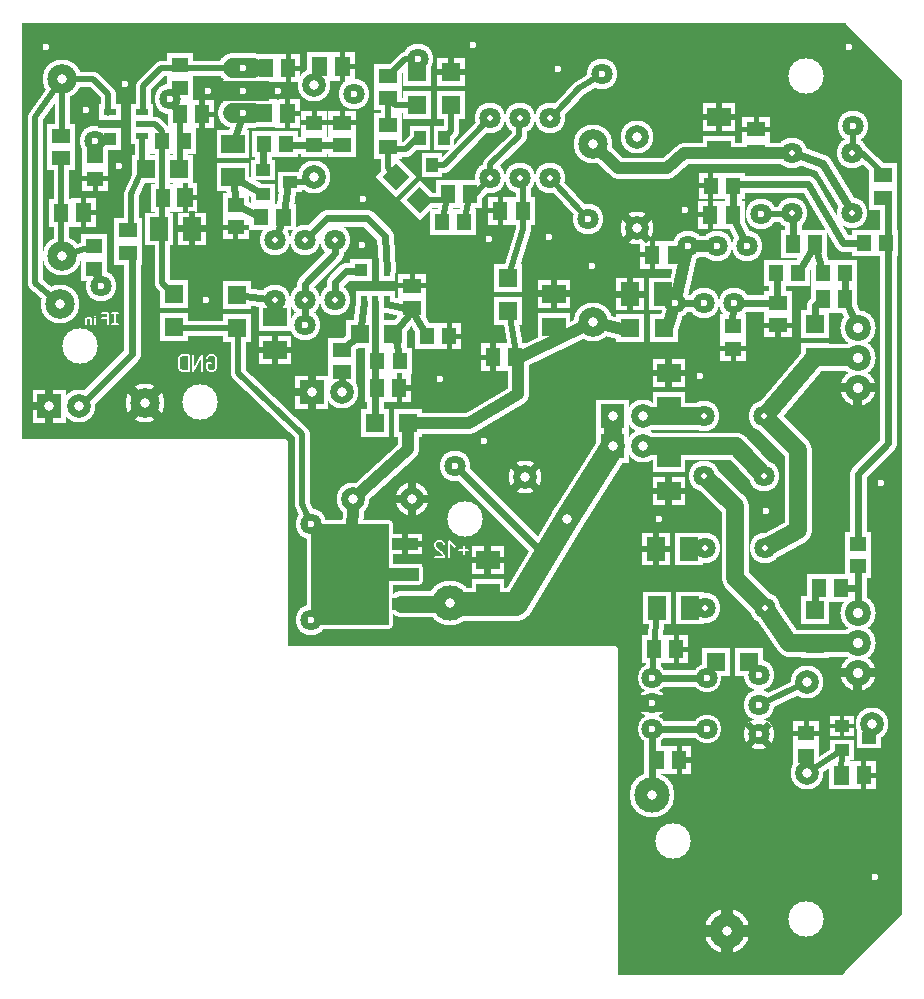
<source format=gbr>
%FSLAX34Y34*%
%MOMM*%
%LNCOPPER_BOTTOM*%
G71*
G01*
%ADD10C, 6.000*%
%ADD11C, 3.000*%
%ADD12C, 3.800*%
%ADD13C, 0.500*%
%ADD14C, 0.600*%
%ADD15C, 0.167*%
%ADD16C, 3.300*%
%ADD17C, 0.159*%
%ADD18C, 1.300*%
%ADD19R, 1.900X1.400*%
%ADD20R, 2.200X2.100*%
%ADD21C, 1.400*%
%ADD22C, 2.600*%
%ADD23C, 2.800*%
%ADD24R, 3.000X4.100*%
%ADD25R, 3.000X1.800*%
%ADD26C, 0.800*%
%ADD27R, 2.400X2.400*%
%ADD28R, 2.400X2.800*%
%ADD29R, 2.100X2.400*%
%ADD30R, 2.400X2.100*%
%ADD31C, 1.800*%
%ADD32R, 2.800X2.400*%
%ADD33C, 1.500*%
%ADD34R, 2.020X1.820*%
%ADD35R, 2.100X2.200*%
%ADD36C, 2.600*%
%ADD37C, 2.200*%
%ADD38R, 1.400X1.900*%
%ADD39C, 2.800*%
%ADD40C, 2.400*%
%ADD41C, 3.000*%
%ADD42C, 2.300*%
%ADD43C, 1.800*%
%ADD44C, 2.500*%
%ADD45C, 1.500*%
%ADD46R, 1.820X2.020*%
%ADD47C, 0.833*%
%ADD48C, 0.667*%
%ADD49C, 0.533*%
%ADD50C, 0.433*%
%ADD51C, 1.488*%
%ADD52C, 0.733*%
%ADD53C, 1.700*%
%ADD54C, 0.340*%
%ADD55C, 1.000*%
%ADD56C, 3.000*%
%ADD57C, 2.500*%
%ADD58R, 1.100X0.600*%
%ADD59R, 1.400X1.300*%
%ADD60C, 2.000*%
%ADD61R, 2.200X3.300*%
%ADD62R, 2.200X1.000*%
%ADD63C, 0.000*%
%ADD64R, 1.600X1.600*%
%ADD65R, 1.600X2.000*%
%ADD66R, 1.300X1.600*%
%ADD67R, 1.600X1.300*%
%ADD68R, 2.000X1.600*%
%ADD69R, 1.220X1.020*%
%ADD70R, 1.300X1.400*%
%ADD71C, 1.800*%
%ADD72R, 0.600X1.100*%
%ADD73C, 2.000*%
%ADD74C, 2.200*%
%ADD75C, 0.700*%
%ADD76R, 1.020X1.220*%
%ADD77C, 3.000*%
%ADD78C, 0.900*%
%LPD*%
G36*
X0Y0D02*
X745000Y0D01*
X745000Y-806000D01*
X0Y-806000D01*
X0Y0D01*
G37*
%LPC*%
X663575Y-44847D02*
G54D10*
D03*
X663575Y-758031D02*
G54D10*
D03*
X550863Y-692547D02*
G54D11*
D03*
X533400Y-653256D02*
G54D12*
D03*
G36*
X-3175Y-354806D02*
X-3969Y-809625D01*
X502444Y-810022D01*
X502444Y-529828D01*
X222250Y-529828D01*
X222250Y-354806D01*
X-3175Y-354806D01*
G37*
G54D13*
X-3175Y-354806D02*
X-3969Y-809625D01*
X502444Y-810022D01*
X502444Y-529828D01*
X222250Y-529828D01*
X222250Y-354806D01*
X-3175Y-354806D01*
G36*
X696119Y-807641D02*
X746125Y-807641D01*
X746125Y-756841D01*
X696119Y-807641D01*
G37*
G54D14*
X696119Y-807641D02*
X746125Y-807641D01*
X746125Y-756841D01*
X696119Y-807641D01*
G36*
X700088Y0D02*
X746125Y-45244D01*
X746125Y0D01*
X700088Y0D01*
G37*
G54D14*
X700088Y0D02*
X746125Y-45244D01*
X746125Y0D01*
X700088Y0D01*
X374650Y-419497D02*
G54D11*
D03*
X361950Y-490538D02*
G54D12*
D03*
G54D15*
X300794Y-504707D02*
X292794Y-504707D01*
G54D15*
X296794Y-501373D02*
X296794Y-508040D01*
G54D15*
X289128Y-502207D02*
X284128Y-497207D01*
X284128Y-510540D01*
G54D15*
X272460Y-510540D02*
X280460Y-510540D01*
X280460Y-509707D01*
X279460Y-508040D01*
X273460Y-503040D01*
X272460Y-501373D01*
X272460Y-499707D01*
X273460Y-498040D01*
X275460Y-497207D01*
X277460Y-497207D01*
X279460Y-498040D01*
X280460Y-499707D01*
G54D15*
X268794Y-503040D02*
X264794Y-510540D01*
X260794Y-503040D01*
G54D15*
X253126Y-510540D02*
X253126Y-497207D01*
G54D15*
X257126Y-497207D02*
X249126Y-497207D01*
G54D15*
X245460Y-497207D02*
X235460Y-510540D01*
G54D15*
X245460Y-510540D02*
X235460Y-497207D01*
X150813Y-321072D02*
G54D11*
D03*
X49213Y-273447D02*
G54D11*
D03*
X103981Y-321468D02*
G54D16*
D03*
G54D15*
X160387Y-287973D02*
X156387Y-287973D01*
X156387Y-292140D01*
X157387Y-293807D01*
X159387Y-294640D01*
X161387Y-294640D01*
X163387Y-293807D01*
X164387Y-292140D01*
X164387Y-283807D01*
X163387Y-282140D01*
X161387Y-281307D01*
X159387Y-281307D01*
X157387Y-282140D01*
X156387Y-283807D01*
G54D15*
X152720Y-294640D02*
X152720Y-281307D01*
X144720Y-294640D01*
X144720Y-281307D01*
G54D15*
X141053Y-294640D02*
X141053Y-281307D01*
X136053Y-281307D01*
X134053Y-282140D01*
X133053Y-283807D01*
X133053Y-292140D01*
X134053Y-293807D01*
X136053Y-294640D01*
X141053Y-294640D01*
X32544Y-237331D02*
G54D16*
D03*
G54D17*
X81178Y-254318D02*
X75845Y-254318D01*
G54D17*
X78512Y-254318D02*
X78512Y-245429D01*
G54D17*
X81178Y-245429D02*
X75845Y-245429D01*
G54D17*
X72734Y-254318D02*
X72734Y-245429D01*
X68068Y-245429D01*
G54D17*
X72734Y-249873D02*
X68068Y-249873D01*
G54D17*
X61712Y-254318D02*
X61712Y-249318D01*
G54D17*
X61712Y-247651D02*
X61712Y-247651D01*
G54D17*
X58601Y-254318D02*
X58601Y-249318D01*
G54D17*
X58601Y-250429D02*
X57935Y-249651D01*
X56601Y-249318D01*
X55268Y-249651D01*
X54601Y-250429D01*
X54601Y-254318D01*
G54D18*
X33733Y-95646D02*
X33735Y-46831D01*
X11112Y-79375D01*
X10716Y-220266D01*
X32544Y-237331D01*
G54D18*
X33733Y-197246D02*
X60722Y-188912D01*
X74673Y-95100D02*
G54D19*
D03*
X101673Y-95100D02*
G54D19*
D03*
X74673Y-85306D02*
G54D19*
D03*
X101673Y-85306D02*
G54D19*
D03*
X74673Y-75512D02*
G54D19*
D03*
X101673Y-75512D02*
G54D19*
D03*
X74673Y-100259D02*
G54D19*
D03*
X61094Y-207936D02*
G54D20*
D03*
X61094Y-188936D02*
G54D20*
D03*
G54D21*
X61094Y-208730D02*
X66650Y-222225D01*
X66650Y-222225D02*
G54D22*
D03*
X426113Y-384044D02*
G54D23*
D03*
X461468Y-419399D02*
G54D23*
D03*
X267489Y-466406D02*
G54D24*
D03*
X324639Y-466406D02*
G54D25*
D03*
X324639Y-491806D02*
G54D25*
D03*
X324640Y-441006D02*
G54D25*
D03*
G36*
X335355Y-461644D02*
X309955Y-461644D01*
X309955Y-423941D01*
X244471Y-423941D01*
X244471Y-508872D01*
X309955Y-508872D01*
X309955Y-471169D01*
X335355Y-471169D01*
X335355Y-461644D01*
G37*
G54D26*
X335355Y-461644D02*
X309955Y-461644D01*
X309955Y-423941D01*
X244471Y-423941D01*
X244471Y-508872D01*
X309955Y-508872D01*
X309955Y-471169D01*
X335355Y-471169D01*
X335355Y-461644D01*
X132775Y-123031D02*
G54D27*
D03*
X104775Y-123031D02*
G54D27*
D03*
X128300Y-228888D02*
G54D27*
D03*
X128300Y-256888D02*
G54D27*
D03*
G54D18*
X244471Y-423941D02*
X237331Y-407194D01*
X237331Y-347662D01*
X182562Y-296069D01*
X182538Y-257944D01*
X128562Y-257944D01*
X115888Y-173831D02*
G54D28*
D03*
X143888Y-173831D02*
G54D28*
D03*
X119063Y-147638D02*
G54D29*
D03*
G36*
X127563Y-135638D02*
X148563Y-135638D01*
X148563Y-159638D01*
X127563Y-159638D01*
X127563Y-135638D01*
G37*
X89669Y-175444D02*
G54D30*
D03*
X89669Y-194444D02*
G54D30*
D03*
G54D21*
X48394Y-324619D02*
X92869Y-280194D01*
X92869Y-196850D01*
X53950Y-73794D02*
G54D31*
D03*
X82525Y-120625D02*
G54D31*
D03*
X206376Y-38100D02*
G54D29*
D03*
X225376Y-38100D02*
G54D29*
D03*
X206050Y-76388D02*
G54D29*
D03*
G36*
X214550Y-64388D02*
X235550Y-64388D01*
X235551Y-88388D01*
X214551Y-88388D01*
X214550Y-64388D01*
G37*
X178244Y-102340D02*
G54D32*
D03*
X178244Y-130340D02*
G54D32*
D03*
G54D21*
X178244Y-102340D02*
X187325Y-76200D01*
X216694Y-57150D02*
G54D33*
D03*
X180822Y-153818D02*
G54D20*
D03*
X180822Y-172818D02*
G54D20*
D03*
X226895Y-134357D02*
G54D34*
D03*
X203995Y-124157D02*
G54D34*
D03*
X203995Y-144557D02*
G54D34*
D03*
X202313Y-164387D02*
G54D35*
D03*
G36*
X210813Y-153388D02*
X231813Y-153387D01*
X231813Y-175387D01*
X210813Y-175388D01*
X210813Y-153388D01*
G37*
G54D21*
X178244Y-130340D02*
X180822Y-153818D01*
X202313Y-164387D01*
G54D21*
X203995Y-144557D02*
X178244Y-130340D01*
X247626Y-103112D02*
G54D20*
D03*
X247626Y-84112D02*
G54D20*
D03*
G54D21*
X213376Y-184231D02*
X220662Y-165894D01*
X225282Y-135969D01*
X226895Y-134357D01*
X239288Y-234537D02*
G54D36*
D03*
X213888Y-234537D02*
G54D36*
D03*
X264688Y-183737D02*
G54D36*
D03*
X239288Y-183737D02*
G54D36*
D03*
X213888Y-183737D02*
G54D36*
D03*
X264688Y-234537D02*
G54D36*
D03*
X182275Y-229681D02*
G54D27*
D03*
X182275Y-257681D02*
G54D27*
D03*
X155550Y-234131D02*
G54D31*
D03*
X214026Y-248732D02*
G54D32*
D03*
X214026Y-276732D02*
G54D32*
D03*
G54D21*
X213888Y-234537D02*
X182275Y-229681D01*
G54D21*
X203968Y-103212D02*
X203995Y-124157D01*
G54D21*
X271438Y-103112D02*
X248444Y-103188D01*
X224606Y-103212D01*
G54D21*
X265112Y-183737D02*
X265112Y-194838D01*
X239288Y-220662D01*
X239288Y-234113D01*
X239688Y-255562D01*
X239688Y-255562D02*
G54D22*
D03*
G36*
X-3175Y-354806D02*
X-3969Y-809625D01*
X502444Y-810022D01*
X502444Y-529828D01*
X222250Y-529828D01*
X222250Y-354806D01*
X-3175Y-354806D01*
G37*
G54D13*
X-3175Y-354806D02*
X-3969Y-809625D01*
X502444Y-810022D01*
X502444Y-529828D01*
X222250Y-529828D01*
X222250Y-354806D01*
X-3175Y-354806D01*
G54D37*
X320675Y-492125D02*
X346075Y-492125D01*
X361156Y-491331D01*
X289363Y-209032D02*
G54D38*
D03*
X289363Y-236032D02*
G54D38*
D03*
X299157Y-209032D02*
G54D38*
D03*
X299157Y-236032D02*
G54D38*
D03*
X308951Y-209032D02*
G54D38*
D03*
X308951Y-236032D02*
G54D38*
D03*
X284204Y-209032D02*
G54D38*
D03*
G54D21*
X264688Y-234537D02*
X264688Y-219499D01*
X274638Y-209550D01*
X283686Y-209550D01*
X284204Y-209032D01*
G54D21*
X308951Y-209032D02*
X307363Y-180363D01*
X292100Y-165100D01*
X257925Y-165100D01*
X239288Y-183737D01*
X330476Y-241388D02*
G54D30*
D03*
X330476Y-222388D02*
G54D30*
D03*
X342900Y-265113D02*
G54D35*
D03*
X361900Y-265113D02*
G54D35*
D03*
X300831Y-285750D02*
G54D35*
D03*
X319831Y-285750D02*
G54D35*
D03*
G54D21*
X342900Y-265113D02*
X330382Y-243970D01*
X327156Y-338427D02*
G54D27*
D03*
X299156Y-338427D02*
G54D27*
D03*
X300338Y-308881D02*
G54D29*
D03*
X319338Y-308881D02*
G54D29*
D03*
G54D21*
X299157Y-309851D02*
X299157Y-236032D01*
G54D21*
X315912Y-264319D02*
X319831Y-285750D01*
X244471Y-423941D02*
G54D22*
D03*
X270643Y-276250D02*
G54D30*
D03*
X270643Y-295250D02*
G54D30*
D03*
G54D21*
X289363Y-236032D02*
X285750Y-262731D01*
X270643Y-276250D01*
X285750Y-262731D02*
G54D27*
D03*
X313750Y-262731D02*
G54D27*
D03*
G36*
X259332Y-298428D02*
X259332Y-326428D01*
X231332Y-326428D01*
X231332Y-298428D01*
X259332Y-298428D01*
G37*
X270733Y-312428D02*
G54D23*
D03*
G54D39*
X500063Y-357981D02*
X461468Y-419399D01*
X418306Y-491331D01*
X361156Y-491331D01*
G54D21*
X270733Y-312428D02*
X270643Y-295250D01*
G54D21*
X299157Y-309851D02*
X299157Y-320745D01*
X299156Y-336840D01*
G36*
X37058Y-310309D02*
X37058Y-338309D01*
X9058Y-338309D01*
X9058Y-310309D01*
X37058Y-310309D01*
G37*
X48458Y-324309D02*
G54D23*
D03*
G54D21*
X533400Y-653256D02*
X533400Y-597668D01*
X580225Y-554018D02*
G54D40*
D03*
X533400Y-575843D02*
G54D40*
D03*
X533400Y-554018D02*
G54D40*
D03*
X533400Y-597668D02*
G54D40*
D03*
X580225Y-597668D02*
G54D40*
D03*
G54D21*
X580225Y-597668D02*
X533400Y-597668D01*
X537394Y-623837D02*
G54D29*
D03*
X556394Y-623837D02*
G54D29*
D03*
X707400Y-549900D02*
G54D41*
D03*
X707400Y-524500D02*
G54D41*
D03*
X707400Y-499100D02*
G54D41*
D03*
X707400Y-308600D02*
G54D41*
D03*
X707400Y-283200D02*
G54D41*
D03*
X707400Y-257800D02*
G54D41*
D03*
X577426Y-382968D02*
G54D36*
D03*
X628226Y-332168D02*
G54D36*
D03*
X577426Y-332168D02*
G54D36*
D03*
X628226Y-382969D02*
G54D36*
D03*
X577850Y-495300D02*
G54D36*
D03*
X628650Y-444500D02*
G54D36*
D03*
X577850Y-444500D02*
G54D36*
D03*
X628650Y-495300D02*
G54D36*
D03*
G54D42*
X707400Y-524500D02*
X649456Y-524500D01*
X628650Y-495300D01*
G54D42*
X708025Y-282575D02*
X671512Y-282575D01*
X628650Y-332581D01*
G54D21*
X533400Y-554018D02*
X580225Y-554018D01*
X582564Y-551631D01*
G54D42*
X628226Y-382968D02*
X604838Y-357981D01*
X525463Y-357981D01*
X547400Y-324356D02*
G54D32*
D03*
X547400Y-296357D02*
G54D32*
D03*
X547400Y-367795D02*
G54D32*
D03*
X547400Y-395795D02*
G54D32*
D03*
G54D42*
X500063Y-357981D02*
X500063Y-332581D01*
G54D42*
X628650Y-495300D02*
X603250Y-469900D01*
X603250Y-408793D01*
X577426Y-382968D01*
G54D42*
X628650Y-444500D02*
X657225Y-429419D01*
X657225Y-361168D01*
X628226Y-332168D01*
G54D21*
X707400Y-440750D02*
X707400Y-381626D01*
X733425Y-355600D01*
X733374Y-149226D01*
G54D21*
X707400Y-257800D02*
X696912Y-233362D01*
X696912Y-211137D01*
X696912Y-211138D02*
G54D35*
D03*
X677912Y-211138D02*
G54D35*
D03*
X707400Y-440750D02*
G54D20*
D03*
X707400Y-459750D02*
G54D20*
D03*
G54D21*
X707400Y-459750D02*
X707400Y-499100D01*
X671225Y-497175D02*
G54D27*
D03*
X671225Y-525175D02*
G54D27*
D03*
X693688Y-477837D02*
G54D29*
D03*
X674688Y-477837D02*
G54D29*
D03*
G54D21*
X693688Y-477837D02*
X706438Y-477838D01*
G54D21*
X671225Y-497175D02*
X671225Y-481300D01*
X674688Y-477837D01*
X671225Y-254288D02*
G54D27*
D03*
X671225Y-282288D02*
G54D27*
D03*
X696912Y-233362D02*
G54D29*
D03*
X677912Y-233363D02*
G54D29*
D03*
G54D21*
X671225Y-254288D02*
X671225Y-238412D01*
X677912Y-233363D01*
X652059Y-109913D02*
G54D36*
D03*
X702859Y-160713D02*
G54D36*
D03*
X702859Y-109913D02*
G54D36*
D03*
X652058Y-160713D02*
G54D36*
D03*
G54D21*
X677912Y-211137D02*
X671512Y-188912D01*
G36*
X514063Y-318581D02*
X514063Y-346581D01*
X486063Y-346581D01*
X486063Y-318581D01*
X514063Y-318581D01*
G37*
X525462Y-332581D02*
G54D23*
D03*
G54D42*
X577850Y-332581D02*
X525462Y-332581D01*
G36*
X514063Y-343981D02*
X514063Y-371981D01*
X486063Y-371981D01*
X486063Y-343981D01*
X514063Y-343981D01*
G37*
X525463Y-357981D02*
G54D23*
D03*
X630212Y-412725D02*
G54D31*
D03*
X722288Y-723081D02*
G54D31*
D03*
X539725Y-419869D02*
G54D31*
D03*
X728637Y-147612D02*
G54D30*
D03*
X728637Y-128612D02*
G54D30*
D03*
X671463Y-187323D02*
G54D29*
D03*
X652463Y-187323D02*
G54D29*
D03*
X573856Y-298425D02*
G54D31*
D03*
G54D21*
X652462Y-187325D02*
X652462Y-160338D01*
X446062Y-180950D02*
G54D31*
D03*
X334938Y-30138D02*
G54D22*
D03*
X590043Y-107662D02*
G54D32*
D03*
X590043Y-79662D02*
G54D32*
D03*
G54D21*
X366712Y-374650D02*
X440831Y-448768D01*
X561156Y-157931D02*
G54D31*
D03*
X454000Y-38869D02*
G54D31*
D03*
X563562Y-188912D02*
G54D22*
D03*
X588562Y-188912D02*
G54D22*
D03*
X613562Y-188912D02*
G54D22*
D03*
X552450Y-236538D02*
G54D22*
D03*
X577450Y-236538D02*
G54D22*
D03*
X602450Y-236538D02*
G54D22*
D03*
X638174Y-211136D02*
G54D35*
D03*
X657174Y-211136D02*
G54D35*
D03*
G54D21*
X657224Y-211136D02*
X671512Y-187325D01*
G54D21*
X638174Y-211136D02*
X639762Y-236538D01*
X601662Y-236538D01*
X640038Y-236675D02*
G54D30*
D03*
X640038Y-255675D02*
G54D30*
D03*
X602129Y-256527D02*
G54D20*
D03*
X602129Y-275527D02*
G54D20*
D03*
G54D21*
X601662Y-236538D02*
X601456Y-256036D01*
G54D21*
X577850Y-236538D02*
X550862Y-236538D01*
X731787Y-185738D02*
G54D35*
D03*
X712787Y-185738D02*
G54D35*
D03*
X601913Y-162038D02*
G54D29*
D03*
X582913Y-162038D02*
G54D29*
D03*
G54D21*
X613569Y-188912D02*
X601662Y-164306D01*
X601662Y-136525D01*
X622300Y-136525D01*
X727050Y-388912D02*
G54D31*
D03*
G54D43*
X588962Y-188912D02*
X563562Y-188912D01*
X552450Y-236538D01*
X546101Y-259137D01*
X244471Y-504903D02*
G54D22*
D03*
X515144Y-257969D02*
G54D27*
D03*
X543144Y-257969D02*
G54D27*
D03*
G54D43*
X279396Y-435450D02*
X280330Y-402971D01*
X327025Y-360362D01*
X327156Y-338427D01*
X378619Y-338138D01*
X419894Y-313531D01*
X419894Y-283369D01*
X483369Y-252769D01*
X514351Y-260725D01*
X542924Y-229577D02*
G54D28*
D03*
X514924Y-229577D02*
G54D28*
D03*
X552700Y-196168D02*
G54D29*
D03*
X533700Y-196168D02*
G54D29*
D03*
X288381Y-148407D02*
G54D31*
D03*
X20000Y-20000D02*
G54D31*
D03*
X353988Y-301600D02*
G54D31*
D03*
G54D21*
X620712Y-136525D02*
X665162Y-136525D01*
X695325Y-185738D01*
X712787Y-185738D01*
X700000Y-20000D02*
G54D31*
D03*
G54D21*
X308951Y-237620D02*
X330994Y-242888D01*
X313750Y-262731D01*
X602103Y-137439D02*
G54D35*
D03*
X583103Y-137439D02*
G54D35*
D03*
G54D44*
X178825Y-38100D02*
X195825Y-38100D01*
G54D44*
X178825Y-57150D02*
X195825Y-57150D01*
G54D44*
X178825Y-76200D02*
X195825Y-76200D01*
G54D18*
X703262Y-109538D02*
X711200Y-109538D01*
X730250Y-128588D01*
G54D45*
X703262Y-160338D02*
X677862Y-119062D01*
X652462Y-109538D01*
X366712Y-374650D02*
G54D22*
D03*
X621782Y-108831D02*
G54D30*
D03*
X621782Y-89831D02*
G54D30*
D03*
X703238Y-87288D02*
G54D22*
D03*
G54D18*
X703262Y-109538D02*
X703262Y-87312D01*
X625450Y-161900D02*
G54D22*
D03*
G54D18*
X625475Y-161925D02*
X652462Y-161925D01*
X482575Y-205556D02*
G54D31*
D03*
X421851Y-131350D02*
G54D36*
D03*
X396451Y-131350D02*
G54D36*
D03*
X447251Y-80550D02*
G54D36*
D03*
X421851Y-80550D02*
G54D36*
D03*
X396451Y-80550D02*
G54D36*
D03*
X447251Y-131350D02*
G54D36*
D03*
X346751Y-120069D02*
G54D46*
D03*
X356951Y-97169D02*
G54D46*
D03*
X336551Y-97169D02*
G54D46*
D03*
X334674Y-41562D02*
G54D27*
D03*
X334674Y-69562D02*
G54D27*
D03*
X309538Y-44475D02*
G54D30*
D03*
X309538Y-63475D02*
G54D30*
D03*
G54D18*
X334938Y-30138D02*
X323875Y-30138D01*
X309538Y-44475D01*
G54D18*
X334674Y-69562D02*
X315625Y-69562D01*
X309538Y-63475D01*
G54D18*
X363250Y-69561D02*
X363250Y-90870D01*
X356951Y-97169D01*
X309538Y-85750D02*
G54D30*
D03*
X309538Y-104750D02*
G54D30*
D03*
G54D18*
X346751Y-120069D02*
X356931Y-120069D01*
X396451Y-80550D01*
G54D18*
X396451Y-131350D02*
X396451Y-119487D01*
X420688Y-95250D01*
X420688Y-81713D01*
X421851Y-80550D01*
G54D18*
X336551Y-97169D02*
X334631Y-97169D01*
X325438Y-106362D01*
X311150Y-106362D01*
X309538Y-104750D01*
G36*
X336638Y-166570D02*
X319666Y-149601D01*
X336635Y-132629D01*
X353607Y-149598D01*
X336638Y-166570D01*
G37*
G36*
X316839Y-146771D02*
X299867Y-129802D01*
X316836Y-112830D01*
X333808Y-129799D01*
X316839Y-146771D01*
G37*
G54D18*
X309538Y-104750D02*
X309538Y-122500D01*
X316837Y-129800D01*
X379362Y-144462D02*
G54D29*
D03*
X360362Y-144462D02*
G54D29*
D03*
X355600Y-168275D02*
G54D35*
D03*
X374600Y-168275D02*
G54D35*
D03*
G54D18*
X336636Y-149599D02*
X355226Y-149599D01*
X360362Y-144462D01*
X355600Y-168275D01*
G54D18*
X374600Y-168275D02*
X379362Y-144462D01*
X383338Y-144462D01*
X396451Y-131350D01*
X424113Y-158862D02*
G54D29*
D03*
X405113Y-158862D02*
G54D29*
D03*
X411669Y-215394D02*
G54D27*
D03*
X411669Y-243394D02*
G54D27*
D03*
G54D18*
X411956Y-243681D02*
X420688Y-293688D01*
G54D18*
X411669Y-215394D02*
X423862Y-174625D01*
X423862Y-159112D01*
X424113Y-158862D01*
X424113Y-133612D01*
X421851Y-131350D01*
X395262Y-182538D02*
G54D31*
D03*
X479400Y-165869D02*
G54D22*
D03*
X491306Y-42838D02*
G54D22*
D03*
G54D18*
X491306Y-42838D02*
X471488Y-54769D01*
X447650Y-80150D01*
X447251Y-80550D01*
G54D18*
X447251Y-131350D02*
X479001Y-165470D01*
X479400Y-165869D01*
X381769Y-18231D02*
G54D31*
D03*
G54D18*
X309538Y-85750D02*
X309538Y-63475D01*
X33925Y-47038D02*
G54D16*
D03*
X33925Y-197438D02*
G54D16*
D03*
X134119Y-35743D02*
G54D20*
D03*
X134119Y-54743D02*
G54D20*
D03*
X133348Y-76993D02*
G54D29*
D03*
X152348Y-76993D02*
G54D29*
D03*
X33312Y-95275D02*
G54D30*
D03*
X33312Y-114275D02*
G54D30*
D03*
G54D18*
X33338Y-114300D02*
X33338Y-196850D01*
X61886Y-112737D02*
G54D20*
D03*
X61886Y-131737D02*
G54D20*
D03*
X137268Y-100013D02*
G54D35*
D03*
X118268Y-100013D02*
G54D35*
D03*
G54D18*
X73025Y-76200D02*
X73025Y-59531D01*
X60325Y-46831D01*
X33338Y-46831D01*
G54D18*
X102394Y-75406D02*
X102394Y-53181D01*
X117475Y-38100D01*
X185738Y-38100D01*
X125388Y-64269D02*
G54D22*
D03*
X61888Y-99988D02*
G54D22*
D03*
X157137Y-57125D02*
G54D33*
D03*
G54D18*
X101600Y-96044D02*
X101600Y-124619D01*
X92075Y-144462D01*
X92075Y-176212D01*
G54D18*
X102394Y-85725D02*
X112712Y-85725D01*
X118269Y-91281D01*
X118269Y-219869D01*
X127000Y-228600D01*
G54D18*
X125412Y-64294D02*
X125412Y-68262D01*
X133350Y-76200D01*
G54D18*
X134144Y-124619D02*
X134144Y-77788D01*
X87288Y-51569D02*
G54D31*
D03*
X288106Y-188094D02*
G54D31*
D03*
X623606Y-552175D02*
G54D22*
D03*
X623606Y-577175D02*
G54D22*
D03*
X623606Y-602175D02*
G54D22*
D03*
X664225Y-557356D02*
G54D23*
D03*
X664225Y-634856D02*
G54D23*
D03*
G54D18*
X623606Y-577175D02*
X664225Y-557356D01*
G36*
X683237Y-624588D02*
X704237Y-624588D01*
X704238Y-648588D01*
X683238Y-648588D01*
X683237Y-624588D01*
G37*
X712738Y-636588D02*
G54D29*
D03*
X520556Y-96188D02*
G54D23*
D03*
X520556Y-173688D02*
G54D23*
D03*
G54D43*
X652462Y-109538D02*
X560388Y-109538D01*
X546100Y-122238D01*
X504825Y-122238D01*
X483394Y-102394D01*
X483369Y-102369D02*
G54D16*
D03*
X483369Y-252769D02*
G54D16*
D03*
X363250Y-69561D02*
G54D27*
D03*
X363250Y-41561D02*
G54D27*
D03*
X717060Y-605099D02*
G54D34*
D03*
X694160Y-594900D02*
G54D34*
D03*
X694160Y-615299D02*
G54D34*
D03*
X664042Y-620015D02*
G54D20*
D03*
X664042Y-601014D02*
G54D20*
D03*
G54D18*
X664369Y-635000D02*
X694160Y-615299D01*
X693738Y-636588D01*
X719906Y-592906D02*
G54D23*
D03*
G54D18*
X717550Y-604838D02*
X719931Y-592931D01*
X246832Y-130150D02*
G54D23*
D03*
X246832Y-52650D02*
G54D23*
D03*
X223787Y-102393D02*
G54D35*
D03*
X204787Y-102393D02*
G54D35*
D03*
X271113Y-103350D02*
G54D30*
D03*
X271113Y-84350D02*
G54D30*
D03*
G36*
X241588Y-24700D02*
X262588Y-24699D01*
X262588Y-48699D01*
X241588Y-48700D01*
X241588Y-24700D01*
G37*
G36*
X260588Y-24700D02*
X281588Y-24699D01*
X281588Y-48699D01*
X260588Y-48700D01*
X260588Y-24700D01*
G37*
G54D18*
X226219Y-134144D02*
X248444Y-134144D01*
X252412Y-130175D01*
X280962Y-60300D02*
G54D22*
D03*
X33338Y-160338D02*
G54D29*
D03*
G36*
X41838Y-148338D02*
X62838Y-148338D01*
X62838Y-172338D01*
X41838Y-172338D01*
X41838Y-148338D01*
G37*
X394207Y-482313D02*
G54D32*
D03*
X394207Y-454313D02*
G54D32*
D03*
X564575Y-445294D02*
G54D28*
D03*
X536575Y-445294D02*
G54D28*
D03*
X615375Y-540544D02*
G54D27*
D03*
X587375Y-540544D02*
G54D27*
D03*
X537369Y-495300D02*
G54D28*
D03*
X565369Y-495300D02*
G54D28*
D03*
G54D18*
X533400Y-554018D02*
X537369Y-495300D01*
X596900Y-768350D02*
G54D12*
D03*
X535012Y-530174D02*
G54D29*
D03*
X554012Y-530174D02*
G54D29*
D03*
G54D18*
X587375Y-540544D02*
X580225Y-554018D01*
X330330Y-402971D02*
G54D23*
D03*
X280330Y-402971D02*
G54D23*
D03*
X450563Y-256888D02*
G54D32*
D03*
X450563Y-228888D02*
G54D32*
D03*
X417763Y-282687D02*
G54D29*
D03*
X398763Y-282687D02*
G54D29*
D03*
X391294Y-353988D02*
G54D31*
D03*
G54D15*
X377906Y-445969D02*
X369906Y-445969D01*
G54D15*
X373906Y-442636D02*
X373906Y-449302D01*
G54D15*
X366239Y-443469D02*
X361239Y-438469D01*
X361239Y-451802D01*
G54D15*
X349572Y-451802D02*
X357572Y-451802D01*
X357572Y-450969D01*
X356572Y-449302D01*
X350572Y-444302D01*
X349572Y-442636D01*
X349572Y-440969D01*
X350572Y-439302D01*
X352572Y-438469D01*
X354572Y-438469D01*
X356572Y-439302D01*
X357572Y-440969D01*
%LPD*%
G54D47*
G36*
X101035Y-318522D02*
X113056Y-306501D01*
X118948Y-312394D01*
X106927Y-324414D01*
X101035Y-318522D01*
G37*
G36*
X106927Y-318522D02*
X118948Y-330542D01*
X113056Y-336435D01*
X101035Y-324414D01*
X106927Y-318522D01*
G37*
G36*
X106927Y-324414D02*
X94906Y-336435D01*
X89014Y-330542D01*
X101035Y-318522D01*
X106927Y-324414D01*
G37*
G36*
X101035Y-324414D02*
X89014Y-312394D01*
X94906Y-306501D01*
X106927Y-318522D01*
X101035Y-324414D01*
G37*
G54D14*
G36*
X74673Y-88306D02*
X64673Y-88306D01*
X64673Y-82306D01*
X74673Y-82306D01*
X74673Y-88306D01*
G37*
G36*
X74673Y-82306D02*
X84673Y-82306D01*
X84673Y-88306D01*
X74673Y-88306D01*
X74673Y-82306D01*
G37*
G54D48*
G36*
X428470Y-386401D02*
X418217Y-396654D01*
X413503Y-391940D01*
X423756Y-381687D01*
X428470Y-386401D01*
G37*
G36*
X423756Y-386401D02*
X413503Y-376148D01*
X418217Y-371434D01*
X428470Y-381687D01*
X423756Y-386401D01*
G37*
G36*
X423756Y-381687D02*
X434009Y-371434D01*
X438723Y-376148D01*
X428470Y-386401D01*
X423756Y-381687D01*
G37*
G36*
X428470Y-381687D02*
X438723Y-391940D01*
X434009Y-396654D01*
X423756Y-386401D01*
X428470Y-381687D01*
G37*
G54D13*
G36*
X324640Y-438506D02*
X340139Y-438506D01*
X340140Y-443506D01*
X324640Y-443506D01*
X324640Y-438506D01*
G37*
G36*
X327140Y-441006D02*
X327140Y-450506D01*
X322140Y-450506D01*
X322140Y-441006D01*
X327140Y-441006D01*
G37*
G36*
X322140Y-441006D02*
X322139Y-431506D01*
X327139Y-431506D01*
X327140Y-441006D01*
X322140Y-441006D01*
G37*
G54D49*
G36*
X141221Y-173831D02*
X141221Y-159331D01*
X146554Y-159331D01*
X146554Y-173831D01*
X141221Y-173831D01*
G37*
G36*
X143888Y-171165D02*
X156388Y-171165D01*
X156388Y-176498D01*
X143888Y-176498D01*
X143888Y-171165D01*
G37*
G36*
X146554Y-173831D02*
X146554Y-188331D01*
X141221Y-188331D01*
X141221Y-173831D01*
X146554Y-173831D01*
G37*
G36*
X143888Y-176498D02*
X131388Y-176498D01*
X131388Y-171165D01*
X143888Y-171165D01*
X143888Y-176498D01*
G37*
G54D50*
G36*
X135897Y-147638D02*
X135897Y-135138D01*
X140230Y-135138D01*
X140230Y-147638D01*
X135897Y-147638D01*
G37*
G36*
X138063Y-145471D02*
X149063Y-145471D01*
X149063Y-149804D01*
X138063Y-149804D01*
X138063Y-145471D01*
G37*
G36*
X140230Y-147638D02*
X140230Y-160138D01*
X135897Y-160138D01*
X135897Y-147638D01*
X140230Y-147638D01*
G37*
G54D50*
G36*
X223210Y-38100D02*
X223210Y-25600D01*
X227543Y-25600D01*
X227543Y-38100D01*
X223210Y-38100D01*
G37*
G36*
X225376Y-35933D02*
X236376Y-35933D01*
X236376Y-40266D01*
X225376Y-40266D01*
X225376Y-35933D01*
G37*
G36*
X227543Y-38100D02*
X227543Y-50600D01*
X223210Y-50600D01*
X223210Y-38100D01*
X227543Y-38100D01*
G37*
G54D50*
G36*
X222884Y-76388D02*
X222884Y-63888D01*
X227217Y-63888D01*
X227217Y-76388D01*
X222884Y-76388D01*
G37*
G36*
X225050Y-74222D02*
X236050Y-74222D01*
X236050Y-78554D01*
X225050Y-78555D01*
X225050Y-74222D01*
G37*
G36*
X227217Y-76388D02*
X227217Y-88888D01*
X222884Y-88888D01*
X222884Y-76388D01*
X227217Y-76388D01*
G37*
G54D50*
G36*
X180822Y-170652D02*
X192322Y-170652D01*
X192322Y-174985D01*
X180822Y-174985D01*
X180822Y-170652D01*
G37*
G36*
X182988Y-172818D02*
X182988Y-183818D01*
X178655Y-183818D01*
X178655Y-172818D01*
X182988Y-172818D01*
G37*
G36*
X180822Y-174985D02*
X169322Y-174985D01*
X169322Y-170652D01*
X180822Y-170652D01*
X180822Y-174985D01*
G37*
G54D50*
G36*
X247626Y-86278D02*
X236126Y-86278D01*
X236126Y-81945D01*
X247626Y-81945D01*
X247626Y-86278D01*
G37*
G36*
X245459Y-84112D02*
X245459Y-73112D01*
X249792Y-73112D01*
X249792Y-84112D01*
X245459Y-84112D01*
G37*
G36*
X247626Y-81945D02*
X259126Y-81945D01*
X259126Y-86278D01*
X247626Y-86278D01*
X247626Y-81945D01*
G37*
G54D49*
G36*
X214026Y-274066D02*
X228526Y-274066D01*
X228526Y-279399D01*
X214026Y-279399D01*
X214026Y-274066D01*
G37*
G36*
X216693Y-276732D02*
X216693Y-289232D01*
X211360Y-289232D01*
X211360Y-276732D01*
X216693Y-276732D01*
G37*
G36*
X214026Y-279399D02*
X199526Y-279399D01*
X199526Y-274066D01*
X214026Y-274066D01*
X214026Y-279399D01*
G37*
G36*
X211360Y-276732D02*
X211360Y-264232D01*
X216693Y-264232D01*
X216693Y-276732D01*
X211360Y-276732D01*
G37*
G54D14*
G36*
X296157Y-209032D02*
X296157Y-199032D01*
X302157Y-199032D01*
X302157Y-209032D01*
X296157Y-209032D01*
G37*
G36*
X302157Y-209032D02*
X302157Y-219032D01*
X296157Y-219032D01*
X296157Y-209032D01*
X302157Y-209032D01*
G37*
G54D50*
G36*
X330476Y-224554D02*
X317976Y-224554D01*
X317976Y-220221D01*
X330476Y-220221D01*
X330476Y-224554D01*
G37*
G36*
X328309Y-222388D02*
X328309Y-211388D01*
X332642Y-211388D01*
X332642Y-222388D01*
X328309Y-222388D01*
G37*
G36*
X330476Y-220221D02*
X342976Y-220221D01*
X342976Y-224554D01*
X330476Y-224554D01*
X330476Y-220221D01*
G37*
G54D50*
G36*
X359733Y-265113D02*
X359733Y-253613D01*
X364066Y-253613D01*
X364066Y-265113D01*
X359733Y-265113D01*
G37*
G36*
X361900Y-262947D02*
X372900Y-262947D01*
X372900Y-267280D01*
X361900Y-267280D01*
X361900Y-262947D01*
G37*
G36*
X364066Y-265113D02*
X364066Y-276613D01*
X359733Y-276613D01*
X359733Y-265113D01*
X364066Y-265113D01*
G37*
G54D50*
G36*
X317171Y-308881D02*
X317171Y-296381D01*
X321504Y-296381D01*
X321504Y-308881D01*
X317171Y-308881D01*
G37*
G36*
X319338Y-306715D02*
X330338Y-306715D01*
X330338Y-311048D01*
X319338Y-311048D01*
X319338Y-306715D01*
G37*
G36*
X321504Y-308881D02*
X321504Y-321381D01*
X317171Y-321381D01*
X317171Y-308881D01*
X321504Y-308881D01*
G37*
G54D48*
G36*
X248666Y-312428D02*
X248666Y-326928D01*
X241999Y-326928D01*
X241999Y-312428D01*
X248666Y-312428D01*
G37*
G36*
X245332Y-315761D02*
X230832Y-315761D01*
X230832Y-309094D01*
X245332Y-309094D01*
X245332Y-315761D01*
G37*
G36*
X241999Y-312428D02*
X241999Y-297928D01*
X248666Y-297928D01*
X248666Y-312428D01*
X241999Y-312428D01*
G37*
G54D48*
G36*
X26391Y-324309D02*
X26391Y-338809D01*
X19724Y-338809D01*
X19724Y-324309D01*
X26391Y-324309D01*
G37*
G36*
X23058Y-327642D02*
X8558Y-327642D01*
X8558Y-320975D01*
X23058Y-320975D01*
X23058Y-327642D01*
G37*
G36*
X19724Y-324309D02*
X19724Y-309809D01*
X26391Y-309809D01*
X26391Y-324309D01*
X19724Y-324309D01*
G37*
G54D51*
G36*
X533400Y-568403D02*
X545900Y-568403D01*
X545900Y-583283D01*
X533400Y-583283D01*
X533400Y-568403D01*
G37*
G36*
X533400Y-583283D02*
X520900Y-583283D01*
X520900Y-568403D01*
X533400Y-568403D01*
X533400Y-583283D01*
G37*
G54D50*
G36*
X554227Y-623837D02*
X554228Y-611337D01*
X558560Y-611337D01*
X558560Y-623837D01*
X554227Y-623837D01*
G37*
G36*
X556394Y-621670D02*
X567394Y-621670D01*
X567394Y-626003D01*
X556394Y-626003D01*
X556394Y-621670D01*
G37*
G36*
X558560Y-623837D02*
X558560Y-636337D01*
X554227Y-636337D01*
X554227Y-623837D01*
X558560Y-623837D01*
G37*
G54D52*
G36*
X707400Y-553567D02*
X691900Y-553567D01*
X691900Y-546234D01*
X707400Y-546234D01*
X707400Y-553567D01*
G37*
G36*
X707400Y-546234D02*
X722900Y-546234D01*
X722900Y-553567D01*
X707400Y-553567D01*
X707400Y-546234D01*
G37*
G36*
X711066Y-549900D02*
X711066Y-565400D01*
X703733Y-565400D01*
X703733Y-549900D01*
X711066Y-549900D01*
G37*
G54D52*
G36*
X707400Y-312267D02*
X691900Y-312267D01*
X691900Y-304934D01*
X707400Y-304934D01*
X707400Y-312267D01*
G37*
G36*
X707400Y-304934D02*
X722900Y-304934D01*
X722900Y-312267D01*
X707400Y-312267D01*
X707400Y-304934D01*
G37*
G36*
X711066Y-308600D02*
X711066Y-324100D01*
X703733Y-324100D01*
X703733Y-308600D01*
X711066Y-308600D01*
G37*
G54D49*
G36*
X547400Y-299023D02*
X532900Y-299023D01*
X532900Y-293690D01*
X547400Y-293690D01*
X547400Y-299023D01*
G37*
G36*
X544734Y-296357D02*
X544734Y-283857D01*
X550067Y-283857D01*
X550067Y-296357D01*
X544734Y-296357D01*
G37*
G36*
X547400Y-293690D02*
X561900Y-293690D01*
X561900Y-299023D01*
X547400Y-299023D01*
X547400Y-293690D01*
G37*
G36*
X550067Y-296357D02*
X550067Y-308857D01*
X544734Y-308857D01*
X544734Y-296357D01*
X550067Y-296357D01*
G37*
G54D49*
G36*
X547400Y-393128D02*
X561900Y-393128D01*
X561900Y-398461D01*
X547400Y-398461D01*
X547400Y-393128D01*
G37*
G36*
X550067Y-395795D02*
X550066Y-408295D01*
X544733Y-408295D01*
X544734Y-395795D01*
X550067Y-395795D01*
G37*
G36*
X547400Y-398461D02*
X532900Y-398461D01*
X532900Y-393128D01*
X547400Y-393128D01*
X547400Y-398461D01*
G37*
G36*
X544734Y-395795D02*
X544734Y-383295D01*
X550067Y-383295D01*
X550067Y-395795D01*
X544734Y-395795D01*
G37*
G54D49*
G36*
X590043Y-82329D02*
X575543Y-82329D01*
X575543Y-76996D01*
X590043Y-76996D01*
X590043Y-82329D01*
G37*
G36*
X587376Y-79662D02*
X587376Y-67162D01*
X592710Y-67162D01*
X592709Y-79662D01*
X587376Y-79662D01*
G37*
G36*
X590043Y-76996D02*
X604543Y-76996D01*
X604543Y-82329D01*
X590043Y-82329D01*
X590043Y-76996D01*
G37*
G36*
X592709Y-79662D02*
X592709Y-92162D01*
X587376Y-92162D01*
X587376Y-79662D01*
X592709Y-79662D01*
G37*
G54D50*
G36*
X640038Y-253508D02*
X652538Y-253508D01*
X652538Y-257841D01*
X640038Y-257841D01*
X640038Y-253508D01*
G37*
G36*
X642204Y-255675D02*
X642205Y-266675D01*
X637872Y-266675D01*
X637872Y-255675D01*
X642204Y-255675D01*
G37*
G36*
X640038Y-257841D02*
X627538Y-257842D01*
X627538Y-253508D01*
X640038Y-253508D01*
X640038Y-257841D01*
G37*
G54D50*
G36*
X602129Y-273361D02*
X613629Y-273361D01*
X613629Y-277694D01*
X602129Y-277694D01*
X602129Y-273361D01*
G37*
G36*
X604296Y-275527D02*
X604295Y-286527D01*
X599962Y-286527D01*
X599962Y-275527D01*
X604296Y-275527D01*
G37*
G36*
X602129Y-277694D02*
X590629Y-277693D01*
X590629Y-273360D01*
X602129Y-273361D01*
X602129Y-277694D01*
G37*
G54D50*
G36*
X585080Y-162037D02*
X585080Y-174537D01*
X580747Y-174538D01*
X580747Y-162038D01*
X585080Y-162037D01*
G37*
G36*
X582913Y-164204D02*
X571913Y-164204D01*
X571913Y-159871D01*
X582913Y-159871D01*
X582913Y-164204D01*
G37*
G36*
X580747Y-162038D02*
X580746Y-149538D01*
X585079Y-149537D01*
X585080Y-162037D01*
X580747Y-162038D01*
G37*
G54D49*
G36*
X517590Y-229577D02*
X517590Y-244077D01*
X512257Y-244077D01*
X512257Y-229577D01*
X517590Y-229577D01*
G37*
G36*
X514924Y-232243D02*
X502424Y-232243D01*
X502424Y-226910D01*
X514924Y-226910D01*
X514924Y-232243D01*
G37*
G36*
X512257Y-229577D02*
X512257Y-215077D01*
X517590Y-215077D01*
X517590Y-229577D01*
X512257Y-229577D01*
G37*
G36*
X514924Y-226910D02*
X527424Y-226910D01*
X527424Y-232243D01*
X514924Y-232243D01*
X514924Y-226910D01*
G37*
G54D50*
G36*
X535867Y-196168D02*
X535867Y-208668D01*
X531534Y-208668D01*
X531534Y-196168D01*
X535867Y-196168D01*
G37*
G36*
X533700Y-198335D02*
X522700Y-198335D01*
X522700Y-194002D01*
X533700Y-194002D01*
X533700Y-198335D01*
G37*
G36*
X531534Y-196168D02*
X531533Y-183668D01*
X535866Y-183668D01*
X535867Y-196168D01*
X531534Y-196168D01*
G37*
G54D50*
G36*
X585269Y-137439D02*
X585269Y-148939D01*
X580936Y-148939D01*
X580936Y-137439D01*
X585269Y-137439D01*
G37*
G36*
X583103Y-139605D02*
X572103Y-139605D01*
X572103Y-135272D01*
X583103Y-135272D01*
X583103Y-139605D01*
G37*
G36*
X580936Y-137439D02*
X580936Y-125939D01*
X585269Y-125939D01*
X585269Y-137439D01*
X580936Y-137439D01*
G37*
G54D53*
G36*
X187325Y-65650D02*
X165825Y-65650D01*
X165825Y-48650D01*
X187325Y-48650D01*
X187325Y-65650D01*
G37*
G36*
X187325Y-48650D02*
X208825Y-48650D01*
X208825Y-65650D01*
X187325Y-65650D01*
X187325Y-48650D01*
G37*
G54D50*
G36*
X621782Y-91998D02*
X609282Y-91998D01*
X609282Y-87665D01*
X621782Y-87665D01*
X621782Y-91998D01*
G37*
G36*
X619616Y-89831D02*
X619615Y-78831D01*
X623948Y-78831D01*
X623948Y-89831D01*
X619616Y-89831D01*
G37*
G36*
X621782Y-87665D02*
X634282Y-87664D01*
X634282Y-91997D01*
X621782Y-91998D01*
X621782Y-87665D01*
G37*
G54D50*
G36*
X407279Y-158862D02*
X407279Y-171362D01*
X402946Y-171362D01*
X402946Y-158862D01*
X407279Y-158862D01*
G37*
G36*
X405113Y-161028D02*
X394113Y-161029D01*
X394113Y-156696D01*
X405113Y-156696D01*
X405113Y-161028D01*
G37*
G36*
X402946Y-158862D02*
X402946Y-146362D01*
X407279Y-146362D01*
X407279Y-158862D01*
X402946Y-158862D01*
G37*
G54D50*
G36*
X150182Y-76993D02*
X150182Y-64493D01*
X154515Y-64493D01*
X154515Y-76993D01*
X150182Y-76993D01*
G37*
G36*
X152348Y-74826D02*
X163348Y-74826D01*
X163348Y-79160D01*
X152348Y-79160D01*
X152348Y-74826D01*
G37*
G36*
X154515Y-76993D02*
X154515Y-89493D01*
X150182Y-89493D01*
X150182Y-76993D01*
X154515Y-76993D01*
G37*
G54D50*
G36*
X61886Y-129571D02*
X73386Y-129571D01*
X73386Y-133904D01*
X61886Y-133904D01*
X61886Y-129571D01*
G37*
G36*
X64053Y-131737D02*
X64053Y-142737D01*
X59720Y-142737D01*
X59720Y-131737D01*
X64053Y-131737D01*
G37*
G36*
X61886Y-133904D02*
X50386Y-133904D01*
X50386Y-129571D01*
X61886Y-129571D01*
X61886Y-133904D01*
G37*
G54D14*
G36*
X621485Y-604296D02*
X611939Y-594750D01*
X616181Y-590508D01*
X625727Y-600053D01*
X621485Y-604296D01*
G37*
G36*
X621485Y-600053D02*
X631031Y-590508D01*
X635273Y-594750D01*
X625727Y-604296D01*
X621485Y-600053D01*
G37*
G36*
X625727Y-600053D02*
X635273Y-609599D01*
X631031Y-613842D01*
X621485Y-604296D01*
X625727Y-600053D01*
G37*
G36*
X625727Y-604296D02*
X616181Y-613842D01*
X611939Y-609599D01*
X621485Y-600053D01*
X625727Y-604296D01*
G37*
G54D50*
G36*
X710571Y-636588D02*
X710571Y-624088D01*
X714904Y-624088D01*
X714904Y-636588D01*
X710571Y-636588D01*
G37*
G36*
X712738Y-634421D02*
X723738Y-634421D01*
X723738Y-638754D01*
X712738Y-638754D01*
X712738Y-634421D01*
G37*
G36*
X714904Y-636588D02*
X714904Y-649088D01*
X710571Y-649088D01*
X710571Y-636588D01*
X714904Y-636588D01*
G37*
G54D48*
G36*
X522913Y-171331D02*
X533166Y-181584D01*
X528452Y-186298D01*
X518199Y-176045D01*
X522913Y-171331D01*
G37*
G36*
X522913Y-176045D02*
X512660Y-186298D01*
X507946Y-181584D01*
X518199Y-171331D01*
X522913Y-176045D01*
G37*
G36*
X518199Y-176045D02*
X507946Y-165792D01*
X512660Y-161078D01*
X522913Y-171331D01*
X518199Y-176045D01*
G37*
G36*
X518199Y-171331D02*
X528452Y-161078D01*
X533166Y-165792D01*
X522913Y-176045D01*
X518199Y-171331D01*
G37*
G54D49*
G36*
X363250Y-44227D02*
X350750Y-44227D01*
X350750Y-38894D01*
X363250Y-38894D01*
X363250Y-44227D01*
G37*
G36*
X360584Y-41561D02*
X360584Y-29061D01*
X365917Y-29061D01*
X365917Y-41561D01*
X360584Y-41561D01*
G37*
G36*
X363250Y-38894D02*
X375750Y-38894D01*
X375750Y-44227D01*
X363250Y-44227D01*
X363250Y-38894D01*
G37*
G54D54*
G36*
X694160Y-593200D02*
X704760Y-593200D01*
X704760Y-596600D01*
X694160Y-596600D01*
X694160Y-593200D01*
G37*
G36*
X695860Y-594900D02*
X695860Y-604500D01*
X692460Y-604500D01*
X692460Y-594900D01*
X695860Y-594900D01*
G37*
G36*
X694160Y-596600D02*
X683560Y-596600D01*
X683560Y-593200D01*
X694160Y-593200D01*
X694160Y-596600D01*
G37*
G36*
X692460Y-594900D02*
X692459Y-585300D01*
X695859Y-585300D01*
X695860Y-594900D01*
X692460Y-594900D01*
G37*
G54D50*
G36*
X664042Y-603181D02*
X652542Y-603181D01*
X652542Y-598848D01*
X664042Y-598848D01*
X664042Y-603181D01*
G37*
G36*
X661876Y-601014D02*
X661876Y-590014D01*
X666209Y-590014D01*
X666209Y-601014D01*
X661876Y-601014D01*
G37*
G36*
X664042Y-598848D02*
X675542Y-598848D01*
X675542Y-603181D01*
X664042Y-603181D01*
X664042Y-598848D01*
G37*
G54D50*
G36*
X271113Y-86516D02*
X258613Y-86516D01*
X258613Y-82183D01*
X271113Y-82183D01*
X271113Y-86516D01*
G37*
G36*
X268947Y-84350D02*
X268947Y-73350D01*
X273280Y-73350D01*
X273280Y-84350D01*
X268947Y-84350D01*
G37*
G36*
X271113Y-82183D02*
X283613Y-82183D01*
X283613Y-86516D01*
X271113Y-86516D01*
X271113Y-82183D01*
G37*
G54D50*
G36*
X268922Y-36699D02*
X268922Y-24199D01*
X273254Y-24199D01*
X273255Y-36699D01*
X268922Y-36699D01*
G37*
G36*
X271088Y-34533D02*
X282088Y-34533D01*
X282088Y-38866D01*
X271088Y-38866D01*
X271088Y-34533D01*
G37*
G36*
X273255Y-36699D02*
X273255Y-49199D01*
X268922Y-49199D01*
X268922Y-36699D01*
X273255Y-36699D01*
G37*
G54D50*
G36*
X50172Y-160338D02*
X50172Y-147838D01*
X54505Y-147838D01*
X54505Y-160338D01*
X50172Y-160338D01*
G37*
G36*
X52338Y-158171D02*
X63338Y-158171D01*
X63338Y-162504D01*
X52338Y-162504D01*
X52338Y-158171D01*
G37*
G36*
X54505Y-160338D02*
X54505Y-172838D01*
X50172Y-172838D01*
X50172Y-160338D01*
X54505Y-160338D01*
G37*
G54D49*
G36*
X394207Y-456979D02*
X379707Y-456979D01*
X379707Y-451646D01*
X394207Y-451646D01*
X394207Y-456979D01*
G37*
G36*
X391540Y-454313D02*
X391540Y-441813D01*
X396873Y-441813D01*
X396873Y-454313D01*
X391540Y-454313D01*
G37*
G36*
X394207Y-451646D02*
X408707Y-451646D01*
X408707Y-456979D01*
X394207Y-456979D01*
X394207Y-451646D01*
G37*
G36*
X396873Y-454313D02*
X396873Y-466813D01*
X391540Y-466813D01*
X391540Y-454313D01*
X396873Y-454313D01*
G37*
G54D49*
G36*
X539241Y-445294D02*
X539241Y-459794D01*
X533908Y-459794D01*
X533908Y-445294D01*
X539241Y-445294D01*
G37*
G36*
X536575Y-447961D02*
X524075Y-447960D01*
X524075Y-442627D01*
X536575Y-442628D01*
X536575Y-447961D01*
G37*
G36*
X533908Y-445294D02*
X533909Y-430794D01*
X539242Y-430794D01*
X539241Y-445294D01*
X533908Y-445294D01*
G37*
G36*
X536575Y-442628D02*
X549075Y-442628D01*
X549075Y-447961D01*
X536575Y-447961D01*
X536575Y-442628D01*
G37*
G54D55*
G36*
X591900Y-768350D02*
X591900Y-748850D01*
X601900Y-748850D01*
X601900Y-768350D01*
X591900Y-768350D01*
G37*
G36*
X596900Y-763350D02*
X616400Y-763350D01*
X616400Y-773350D01*
X596900Y-773350D01*
X596900Y-763350D01*
G37*
G36*
X601900Y-768350D02*
X601900Y-787850D01*
X591900Y-787850D01*
X591900Y-768350D01*
X601900Y-768350D01*
G37*
G36*
X596900Y-773350D02*
X577400Y-773350D01*
X577400Y-763350D01*
X596900Y-763350D01*
X596900Y-773350D01*
G37*
G54D50*
G36*
X551846Y-530174D02*
X551846Y-517674D01*
X556179Y-517674D01*
X556179Y-530174D01*
X551846Y-530174D01*
G37*
G36*
X554013Y-528008D02*
X565013Y-528008D01*
X565012Y-532341D01*
X554012Y-532341D01*
X554013Y-528008D01*
G37*
G36*
X556179Y-530174D02*
X556179Y-542674D01*
X551846Y-542674D01*
X551846Y-530174D01*
X556179Y-530174D01*
G37*
G54D48*
G36*
X326997Y-402971D02*
X326997Y-388471D01*
X333663Y-388471D01*
X333663Y-402971D01*
X326997Y-402971D01*
G37*
G36*
X330330Y-399638D02*
X344830Y-399638D01*
X344830Y-406304D01*
X330330Y-406304D01*
X330330Y-399638D01*
G37*
G36*
X333663Y-402971D02*
X333663Y-417471D01*
X326997Y-417471D01*
X326997Y-402971D01*
X333663Y-402971D01*
G37*
G36*
X330330Y-406304D02*
X315830Y-406304D01*
X315830Y-399638D01*
X330330Y-399638D01*
X330330Y-406304D01*
G37*
G54D49*
G36*
X450563Y-231554D02*
X436063Y-231554D01*
X436063Y-226221D01*
X450563Y-226221D01*
X450563Y-231554D01*
G37*
G36*
X447896Y-228888D02*
X447896Y-216388D01*
X453229Y-216388D01*
X453229Y-228888D01*
X447896Y-228888D01*
G37*
G36*
X450563Y-226221D02*
X465063Y-226221D01*
X465063Y-231554D01*
X450563Y-231554D01*
X450563Y-226221D01*
G37*
G36*
X453229Y-228888D02*
X453229Y-241388D01*
X447896Y-241388D01*
X447896Y-228888D01*
X453229Y-228888D01*
G37*
G54D50*
G36*
X400929Y-282687D02*
X400929Y-295187D01*
X396596Y-295187D01*
X396596Y-282687D01*
X400929Y-282687D01*
G37*
G36*
X398763Y-284854D02*
X387763Y-284854D01*
X387763Y-280521D01*
X398763Y-280520D01*
X398763Y-284854D01*
G37*
G36*
X396596Y-282687D02*
X396596Y-270187D01*
X400929Y-270187D01*
X400929Y-282687D01*
X396596Y-282687D01*
G37*
X663575Y-44847D02*
G54D10*
D03*
X663575Y-758031D02*
G54D10*
D03*
X533400Y-653256D02*
G54D56*
D03*
X361950Y-490538D02*
G54D56*
D03*
X103981Y-321468D02*
G54D57*
D03*
X32544Y-237331D02*
G54D57*
D03*
G54D13*
X33733Y-95646D02*
X33735Y-46831D01*
X11112Y-79375D01*
X10716Y-220266D01*
X32544Y-237331D01*
G54D13*
X33733Y-197246D02*
X60722Y-188912D01*
X74673Y-95100D02*
G54D58*
D03*
X101673Y-95100D02*
G54D58*
D03*
X74673Y-85306D02*
G54D58*
D03*
X101673Y-85306D02*
G54D58*
D03*
X74673Y-75512D02*
G54D58*
D03*
X101673Y-75512D02*
G54D58*
D03*
X74673Y-100259D02*
G54D58*
D03*
X61094Y-207936D02*
G54D59*
D03*
X61094Y-188936D02*
G54D59*
D03*
G54D14*
X61094Y-208730D02*
X66650Y-222225D01*
X66650Y-222225D02*
G54D31*
D03*
X426113Y-384044D02*
G54D60*
D03*
X461468Y-419399D02*
G54D60*
D03*
X267489Y-466406D02*
G54D61*
D03*
X324639Y-466406D02*
G54D62*
D03*
X324639Y-491806D02*
G54D62*
D03*
X324640Y-441006D02*
G54D62*
D03*
G36*
X335355Y-461644D02*
X309955Y-461644D01*
X309955Y-423941D01*
X244471Y-423941D01*
X244471Y-508872D01*
X309955Y-508872D01*
X309955Y-471169D01*
X335355Y-471169D01*
X335355Y-461644D01*
G37*
G54D63*
X335355Y-461644D02*
X309955Y-461644D01*
X309955Y-423941D01*
X244471Y-423941D01*
X244471Y-508872D01*
X309955Y-508872D01*
X309955Y-471169D01*
X335355Y-471169D01*
X335355Y-461644D01*
X132775Y-123031D02*
G54D64*
D03*
X104775Y-123031D02*
G54D64*
D03*
X128300Y-228888D02*
G54D64*
D03*
X128300Y-256888D02*
G54D64*
D03*
G54D13*
X244471Y-423941D02*
X237331Y-407194D01*
X237331Y-347662D01*
X182562Y-296069D01*
X182538Y-257944D01*
X128562Y-257944D01*
X115888Y-173831D02*
G54D65*
D03*
X143888Y-173831D02*
G54D65*
D03*
X119063Y-147638D02*
G54D66*
D03*
G36*
X131563Y-139638D02*
X144563Y-139638D01*
X144563Y-155638D01*
X131563Y-155638D01*
X131563Y-139638D01*
G37*
X89669Y-175444D02*
G54D67*
D03*
X89669Y-194444D02*
G54D67*
D03*
G54D14*
X48394Y-324619D02*
X92869Y-280194D01*
X92869Y-196850D01*
X53950Y-73794D02*
G54D31*
D03*
X82525Y-120625D02*
G54D31*
D03*
X206376Y-38100D02*
G54D66*
D03*
X225376Y-38100D02*
G54D66*
D03*
X206050Y-76388D02*
G54D66*
D03*
G36*
X218550Y-68388D02*
X231550Y-68388D01*
X231550Y-84388D01*
X218550Y-84388D01*
X218550Y-68388D01*
G37*
X178244Y-102340D02*
G54D68*
D03*
X178244Y-130340D02*
G54D68*
D03*
G54D14*
X178244Y-102340D02*
X187325Y-76200D01*
X216694Y-57150D02*
G54D33*
D03*
X180822Y-153818D02*
G54D59*
D03*
X180822Y-172818D02*
G54D59*
D03*
X226895Y-134357D02*
G54D69*
D03*
X203995Y-124157D02*
G54D69*
D03*
X203995Y-144557D02*
G54D69*
D03*
X202313Y-164387D02*
G54D70*
D03*
G36*
X214813Y-157387D02*
X227813Y-157387D01*
X227813Y-171387D01*
X214813Y-171387D01*
X214813Y-157387D01*
G37*
G54D14*
X178244Y-130340D02*
X180822Y-153818D01*
X202313Y-164387D01*
G54D14*
X203995Y-144557D02*
X178244Y-130340D01*
X247626Y-103112D02*
G54D59*
D03*
X247626Y-84112D02*
G54D59*
D03*
G54D14*
X213376Y-184231D02*
X220662Y-165894D01*
X225282Y-135969D01*
X226895Y-134357D01*
X239288Y-234537D02*
G54D71*
D03*
X213888Y-234537D02*
G54D71*
D03*
X264688Y-183737D02*
G54D71*
D03*
X239288Y-183737D02*
G54D71*
D03*
X213888Y-183737D02*
G54D71*
D03*
X264688Y-234537D02*
G54D71*
D03*
X182275Y-229681D02*
G54D64*
D03*
X182275Y-257681D02*
G54D64*
D03*
X155550Y-234131D02*
G54D31*
D03*
X214026Y-248732D02*
G54D68*
D03*
X214026Y-276732D02*
G54D68*
D03*
G54D14*
X213888Y-234537D02*
X182275Y-229681D01*
G54D14*
X203968Y-103212D02*
X203995Y-124157D01*
G54D14*
X271438Y-103112D02*
X248444Y-103188D01*
X224606Y-103212D01*
G54D14*
X265112Y-183737D02*
X265112Y-194838D01*
X239288Y-220662D01*
X239288Y-234113D01*
X239688Y-255562D01*
X239688Y-255562D02*
G54D31*
D03*
G54D21*
X320675Y-492125D02*
X346075Y-492125D01*
X361156Y-491331D01*
X289363Y-209032D02*
G54D72*
D03*
X289363Y-236032D02*
G54D72*
D03*
X299157Y-209032D02*
G54D72*
D03*
X299157Y-236032D02*
G54D72*
D03*
X308951Y-209032D02*
G54D72*
D03*
X308951Y-236032D02*
G54D72*
D03*
X284204Y-209032D02*
G54D72*
D03*
G54D14*
X264688Y-234537D02*
X264688Y-219499D01*
X274638Y-209550D01*
X283686Y-209550D01*
X284204Y-209032D01*
G54D14*
X308951Y-209032D02*
X307363Y-180363D01*
X292100Y-165100D01*
X257925Y-165100D01*
X239288Y-183737D01*
X330476Y-241388D02*
G54D67*
D03*
X330476Y-222388D02*
G54D67*
D03*
X342900Y-265113D02*
G54D70*
D03*
X361900Y-265113D02*
G54D70*
D03*
X300831Y-285750D02*
G54D70*
D03*
X319831Y-285750D02*
G54D70*
D03*
G54D14*
X342900Y-265113D02*
X330382Y-243970D01*
X327156Y-338427D02*
G54D64*
D03*
X299156Y-338427D02*
G54D64*
D03*
X300338Y-308881D02*
G54D66*
D03*
X319338Y-308881D02*
G54D66*
D03*
G54D14*
X299157Y-309851D02*
X299157Y-236032D01*
G54D14*
X315912Y-264319D02*
X319831Y-285750D01*
X244471Y-423941D02*
G54D31*
D03*
X270643Y-276250D02*
G54D67*
D03*
X270643Y-295250D02*
G54D67*
D03*
G54D14*
X289363Y-236032D02*
X285750Y-262731D01*
X270643Y-276250D01*
X285750Y-262731D02*
G54D64*
D03*
X313750Y-262731D02*
G54D64*
D03*
G36*
X255332Y-302428D02*
X255332Y-322428D01*
X235332Y-322428D01*
X235332Y-302428D01*
X255332Y-302428D01*
G37*
X270733Y-312428D02*
G54D60*
D03*
G54D73*
X500063Y-357981D02*
X461468Y-419399D01*
X418306Y-491331D01*
X361156Y-491331D01*
G54D14*
X270733Y-312428D02*
X270643Y-295250D01*
G54D14*
X299157Y-309851D02*
X299157Y-320745D01*
X299156Y-336840D01*
G36*
X33058Y-314309D02*
X33058Y-334309D01*
X13058Y-334309D01*
X13058Y-314309D01*
X33058Y-314309D01*
G37*
X48458Y-324309D02*
G54D60*
D03*
G54D14*
X533400Y-653256D02*
X533400Y-597668D01*
X580225Y-554018D02*
G54D31*
D03*
X533400Y-575843D02*
G54D31*
D03*
X533400Y-554018D02*
G54D31*
D03*
X533400Y-597668D02*
G54D31*
D03*
X580225Y-597668D02*
G54D31*
D03*
G54D14*
X580225Y-597668D02*
X533400Y-597668D01*
X537394Y-623837D02*
G54D66*
D03*
X556394Y-623837D02*
G54D66*
D03*
X707400Y-549900D02*
G54D74*
D03*
X707400Y-524500D02*
G54D74*
D03*
X707400Y-499100D02*
G54D74*
D03*
X707400Y-308600D02*
G54D74*
D03*
X707400Y-283200D02*
G54D74*
D03*
X707400Y-257800D02*
G54D74*
D03*
X577426Y-382968D02*
G54D71*
D03*
X628226Y-332168D02*
G54D71*
D03*
X577426Y-332168D02*
G54D71*
D03*
X628226Y-382969D02*
G54D71*
D03*
X577850Y-495300D02*
G54D71*
D03*
X628650Y-444500D02*
G54D71*
D03*
X577850Y-444500D02*
G54D71*
D03*
X628650Y-495300D02*
G54D71*
D03*
G54D45*
X707400Y-524500D02*
X649456Y-524500D01*
X628650Y-495300D01*
G54D45*
X708025Y-282575D02*
X671512Y-282575D01*
X628650Y-332581D01*
G54D14*
X533400Y-554018D02*
X580225Y-554018D01*
X582564Y-551631D01*
G54D45*
X628226Y-382968D02*
X604838Y-357981D01*
X525463Y-357981D01*
X547400Y-324356D02*
G54D68*
D03*
X547400Y-296357D02*
G54D68*
D03*
X547400Y-367795D02*
G54D68*
D03*
X547400Y-395795D02*
G54D68*
D03*
G54D45*
X500063Y-357981D02*
X500063Y-332581D01*
G54D45*
X628650Y-495300D02*
X603250Y-469900D01*
X603250Y-408793D01*
X577426Y-382968D01*
G54D45*
X628650Y-444500D02*
X657225Y-429419D01*
X657225Y-361168D01*
X628226Y-332168D01*
G54D14*
X707400Y-440750D02*
X707400Y-381626D01*
X733425Y-355600D01*
X733374Y-149226D01*
G54D14*
X707400Y-257800D02*
X696912Y-233362D01*
X696912Y-211137D01*
X696912Y-211138D02*
G54D70*
D03*
X677912Y-211138D02*
G54D70*
D03*
X707400Y-440750D02*
G54D59*
D03*
X707400Y-459750D02*
G54D59*
D03*
G54D14*
X707400Y-459750D02*
X707400Y-499100D01*
X671225Y-497175D02*
G54D64*
D03*
X671225Y-525175D02*
G54D64*
D03*
X693688Y-477837D02*
G54D66*
D03*
X674688Y-477837D02*
G54D66*
D03*
G54D14*
X693688Y-477837D02*
X706438Y-477838D01*
G54D14*
X671225Y-497175D02*
X671225Y-481300D01*
X674688Y-477837D01*
X671225Y-254288D02*
G54D64*
D03*
X671225Y-282288D02*
G54D64*
D03*
X696912Y-233362D02*
G54D66*
D03*
X677912Y-233363D02*
G54D66*
D03*
G54D14*
X671225Y-254288D02*
X671225Y-238412D01*
X677912Y-233363D01*
X652059Y-109913D02*
G54D71*
D03*
X702859Y-160713D02*
G54D71*
D03*
X702859Y-109913D02*
G54D71*
D03*
X652058Y-160713D02*
G54D71*
D03*
G54D14*
X677912Y-211137D02*
X671512Y-188912D01*
G36*
X510063Y-322581D02*
X510063Y-342581D01*
X490063Y-342581D01*
X490063Y-322581D01*
X510063Y-322581D01*
G37*
X525462Y-332581D02*
G54D60*
D03*
G54D45*
X577850Y-332581D02*
X525462Y-332581D01*
G36*
X510063Y-347981D02*
X510063Y-367981D01*
X490063Y-367981D01*
X490063Y-347981D01*
X510063Y-347981D01*
G37*
X525463Y-357981D02*
G54D60*
D03*
X630212Y-412725D02*
G54D31*
D03*
X722288Y-723081D02*
G54D31*
D03*
X539725Y-419869D02*
G54D31*
D03*
X728637Y-147612D02*
G54D67*
D03*
X728637Y-128612D02*
G54D67*
D03*
X671463Y-187323D02*
G54D66*
D03*
X652463Y-187323D02*
G54D66*
D03*
X573856Y-298425D02*
G54D31*
D03*
G54D14*
X652462Y-187325D02*
X652462Y-160338D01*
X446062Y-180950D02*
G54D31*
D03*
X334938Y-30138D02*
G54D31*
D03*
X590043Y-107662D02*
G54D68*
D03*
X590043Y-79662D02*
G54D68*
D03*
G54D14*
X366712Y-374650D02*
X440831Y-448768D01*
X561156Y-157931D02*
G54D31*
D03*
X454000Y-38869D02*
G54D31*
D03*
X563562Y-188912D02*
G54D31*
D03*
X588562Y-188912D02*
G54D31*
D03*
X613562Y-188912D02*
G54D31*
D03*
X552450Y-236538D02*
G54D31*
D03*
X577450Y-236538D02*
G54D31*
D03*
X602450Y-236538D02*
G54D31*
D03*
X638174Y-211136D02*
G54D70*
D03*
X657174Y-211136D02*
G54D70*
D03*
G54D14*
X657224Y-211136D02*
X671512Y-187325D01*
G54D14*
X638174Y-211136D02*
X639762Y-236538D01*
X601662Y-236538D01*
X640038Y-236675D02*
G54D67*
D03*
X640038Y-255675D02*
G54D67*
D03*
X602129Y-256527D02*
G54D59*
D03*
X602129Y-275527D02*
G54D59*
D03*
G54D14*
X601662Y-236538D02*
X601456Y-256036D01*
G54D14*
X577850Y-236538D02*
X550862Y-236538D01*
X731787Y-185738D02*
G54D70*
D03*
X712787Y-185738D02*
G54D70*
D03*
X601913Y-162038D02*
G54D66*
D03*
X582913Y-162038D02*
G54D66*
D03*
G54D14*
X613569Y-188912D02*
X601662Y-164306D01*
X601662Y-136525D01*
X622300Y-136525D01*
X727050Y-388912D02*
G54D31*
D03*
G54D55*
X588962Y-188912D02*
X563562Y-188912D01*
X552450Y-236538D01*
X546101Y-259137D01*
X244471Y-504903D02*
G54D31*
D03*
X515144Y-257969D02*
G54D64*
D03*
X543144Y-257969D02*
G54D64*
D03*
G54D55*
X279396Y-435450D02*
X280330Y-402971D01*
X327025Y-360362D01*
X327156Y-338427D01*
X378619Y-338138D01*
X419894Y-313531D01*
X419894Y-283369D01*
X483369Y-252769D01*
X514351Y-260725D01*
X542924Y-229577D02*
G54D65*
D03*
X514924Y-229577D02*
G54D65*
D03*
X552700Y-196168D02*
G54D66*
D03*
X533700Y-196168D02*
G54D66*
D03*
X288381Y-148407D02*
G54D31*
D03*
X20000Y-20000D02*
G54D31*
D03*
X353988Y-301600D02*
G54D31*
D03*
G54D14*
X620712Y-136525D02*
X665162Y-136525D01*
X695325Y-185738D01*
X712787Y-185738D01*
X700000Y-20000D02*
G54D31*
D03*
G54D14*
X308951Y-237620D02*
X330994Y-242888D01*
X313750Y-262731D01*
X602103Y-137439D02*
G54D70*
D03*
X583103Y-137439D02*
G54D70*
D03*
G54D53*
X178825Y-38100D02*
X195825Y-38100D01*
G54D53*
X178825Y-57150D02*
X195825Y-57150D01*
G54D53*
X178825Y-76200D02*
X195825Y-76200D01*
G54D13*
X703262Y-109538D02*
X711200Y-109538D01*
X730250Y-128588D01*
G54D75*
X703262Y-160338D02*
X677862Y-119062D01*
X652462Y-109538D01*
X366712Y-374650D02*
G54D31*
D03*
X621782Y-108831D02*
G54D67*
D03*
X621782Y-89831D02*
G54D67*
D03*
X703238Y-87288D02*
G54D31*
D03*
G54D13*
X703262Y-109538D02*
X703262Y-87312D01*
X625450Y-161900D02*
G54D31*
D03*
G54D13*
X625475Y-161925D02*
X652462Y-161925D01*
X482575Y-205556D02*
G54D31*
D03*
X421851Y-131350D02*
G54D71*
D03*
X396451Y-131350D02*
G54D71*
D03*
X447251Y-80550D02*
G54D71*
D03*
X421851Y-80550D02*
G54D71*
D03*
X396451Y-80550D02*
G54D71*
D03*
X447251Y-131350D02*
G54D71*
D03*
X346751Y-120069D02*
G54D76*
D03*
X356951Y-97169D02*
G54D76*
D03*
X336551Y-97169D02*
G54D76*
D03*
X334674Y-41562D02*
G54D64*
D03*
X334674Y-69562D02*
G54D64*
D03*
X309538Y-44475D02*
G54D67*
D03*
X309538Y-63475D02*
G54D67*
D03*
G54D13*
X334938Y-30138D02*
X323875Y-30138D01*
X309538Y-44475D01*
G54D13*
X334674Y-69562D02*
X315625Y-69562D01*
X309538Y-63475D01*
G54D13*
X363250Y-69561D02*
X363250Y-90870D01*
X356951Y-97169D01*
X309538Y-85750D02*
G54D67*
D03*
X309538Y-104750D02*
G54D67*
D03*
G54D13*
X346751Y-120069D02*
X356931Y-120069D01*
X396451Y-80550D01*
G54D13*
X396451Y-131350D02*
X396451Y-119487D01*
X420688Y-95250D01*
X420688Y-81713D01*
X421851Y-80550D01*
G54D13*
X336551Y-97169D02*
X334631Y-97169D01*
X325438Y-106362D01*
X311150Y-106362D01*
X309538Y-104750D01*
G36*
X336637Y-160913D02*
X325323Y-149600D01*
X336636Y-138286D01*
X347950Y-149599D01*
X336637Y-160913D01*
G37*
G36*
X316838Y-141114D02*
X305524Y-129801D01*
X316836Y-118487D01*
X328151Y-129799D01*
X316838Y-141114D01*
G37*
G54D13*
X309538Y-104750D02*
X309538Y-122500D01*
X316837Y-129800D01*
X379362Y-144462D02*
G54D66*
D03*
X360362Y-144462D02*
G54D66*
D03*
X355600Y-168275D02*
G54D70*
D03*
X374600Y-168275D02*
G54D70*
D03*
G54D13*
X336636Y-149599D02*
X355226Y-149599D01*
X360362Y-144462D01*
X355600Y-168275D01*
G54D13*
X374600Y-168275D02*
X379362Y-144462D01*
X383338Y-144462D01*
X396451Y-131350D01*
X424113Y-158862D02*
G54D66*
D03*
X405113Y-158862D02*
G54D66*
D03*
X411669Y-215394D02*
G54D64*
D03*
X411669Y-243394D02*
G54D64*
D03*
G54D13*
X411956Y-243681D02*
X420688Y-293688D01*
G54D13*
X411669Y-215394D02*
X423862Y-174625D01*
X423862Y-159112D01*
X424113Y-158862D01*
X424113Y-133612D01*
X421851Y-131350D01*
X395262Y-182538D02*
G54D31*
D03*
X479400Y-165869D02*
G54D31*
D03*
X491306Y-42838D02*
G54D31*
D03*
G54D13*
X491306Y-42838D02*
X471488Y-54769D01*
X447650Y-80150D01*
X447251Y-80550D01*
G54D13*
X447251Y-131350D02*
X479001Y-165470D01*
X479400Y-165869D01*
X381769Y-18231D02*
G54D31*
D03*
G54D13*
X309538Y-85750D02*
X309538Y-63475D01*
X33925Y-47038D02*
G54D57*
D03*
X33925Y-197438D02*
G54D57*
D03*
X134119Y-35743D02*
G54D59*
D03*
X134119Y-54743D02*
G54D59*
D03*
X133348Y-76993D02*
G54D66*
D03*
X152348Y-76993D02*
G54D66*
D03*
X33312Y-95275D02*
G54D67*
D03*
X33312Y-114275D02*
G54D67*
D03*
G54D13*
X33338Y-114300D02*
X33338Y-196850D01*
X61886Y-112737D02*
G54D59*
D03*
X61886Y-131737D02*
G54D59*
D03*
X137268Y-100013D02*
G54D70*
D03*
X118268Y-100013D02*
G54D70*
D03*
G54D13*
X73025Y-76200D02*
X73025Y-59531D01*
X60325Y-46831D01*
X33338Y-46831D01*
G54D13*
X102394Y-75406D02*
X102394Y-53181D01*
X117475Y-38100D01*
X185738Y-38100D01*
X125388Y-64269D02*
G54D31*
D03*
X61888Y-99988D02*
G54D31*
D03*
X157137Y-57125D02*
G54D33*
D03*
G54D13*
X101600Y-96044D02*
X101600Y-124619D01*
X92075Y-144462D01*
X92075Y-176212D01*
G54D13*
X102394Y-85725D02*
X112712Y-85725D01*
X118269Y-91281D01*
X118269Y-219869D01*
X127000Y-228600D01*
G54D13*
X125412Y-64294D02*
X125412Y-68262D01*
X133350Y-76200D01*
G54D13*
X134144Y-124619D02*
X134144Y-77788D01*
X87288Y-51569D02*
G54D31*
D03*
X288106Y-188094D02*
G54D31*
D03*
X623606Y-552175D02*
G54D31*
D03*
X623606Y-577175D02*
G54D31*
D03*
X623606Y-602175D02*
G54D31*
D03*
X664225Y-557356D02*
G54D60*
D03*
X664225Y-634856D02*
G54D60*
D03*
G54D13*
X623606Y-577175D02*
X664225Y-557356D01*
G36*
X687238Y-628588D02*
X700238Y-628588D01*
X700238Y-644588D01*
X687238Y-644588D01*
X687238Y-628588D01*
G37*
X712738Y-636588D02*
G54D66*
D03*
X520556Y-96188D02*
G54D60*
D03*
X520556Y-173688D02*
G54D60*
D03*
G54D55*
X652462Y-109538D02*
X560388Y-109538D01*
X546100Y-122238D01*
X504825Y-122238D01*
X483394Y-102394D01*
X483369Y-102369D02*
G54D57*
D03*
X483369Y-252769D02*
G54D57*
D03*
X363250Y-69561D02*
G54D64*
D03*
X363250Y-41561D02*
G54D64*
D03*
X717060Y-605099D02*
G54D69*
D03*
X694160Y-594900D02*
G54D69*
D03*
X694160Y-615299D02*
G54D69*
D03*
X664042Y-620015D02*
G54D59*
D03*
X664042Y-601014D02*
G54D59*
D03*
G54D13*
X664369Y-635000D02*
X694160Y-615299D01*
X693738Y-636588D01*
X719906Y-592906D02*
G54D60*
D03*
G54D13*
X717550Y-604838D02*
X719931Y-592931D01*
X246832Y-130150D02*
G54D60*
D03*
X246832Y-52650D02*
G54D60*
D03*
X223787Y-102393D02*
G54D70*
D03*
X204787Y-102393D02*
G54D70*
D03*
X271113Y-103350D02*
G54D67*
D03*
X271113Y-84350D02*
G54D67*
D03*
G36*
X245588Y-28700D02*
X258588Y-28699D01*
X258588Y-44699D01*
X245588Y-44700D01*
X245588Y-28700D01*
G37*
G36*
X264588Y-28699D02*
X277588Y-28699D01*
X277588Y-44699D01*
X264588Y-44699D01*
X264588Y-28699D01*
G37*
G54D13*
X226219Y-134144D02*
X248444Y-134144D01*
X252412Y-130175D01*
X280962Y-60300D02*
G54D31*
D03*
X33338Y-160338D02*
G54D66*
D03*
G36*
X45838Y-152338D02*
X58838Y-152338D01*
X58838Y-168338D01*
X45838Y-168338D01*
X45838Y-152338D01*
G37*
X394207Y-482313D02*
G54D68*
D03*
X394207Y-454313D02*
G54D68*
D03*
X564575Y-445294D02*
G54D65*
D03*
X536575Y-445294D02*
G54D65*
D03*
X615375Y-540544D02*
G54D64*
D03*
X587375Y-540544D02*
G54D64*
D03*
X537369Y-495300D02*
G54D65*
D03*
X565369Y-495300D02*
G54D65*
D03*
G54D13*
X533400Y-554018D02*
X537369Y-495300D01*
X596900Y-768350D02*
G54D56*
D03*
X535012Y-530174D02*
G54D66*
D03*
X554012Y-530174D02*
G54D66*
D03*
G54D13*
X587375Y-540544D02*
X580225Y-554018D01*
X330330Y-402971D02*
G54D60*
D03*
X280330Y-402971D02*
G54D60*
D03*
X450563Y-256888D02*
G54D68*
D03*
X450563Y-228888D02*
G54D68*
D03*
X417763Y-282687D02*
G54D66*
D03*
X398763Y-282687D02*
G54D66*
D03*
X391294Y-353988D02*
G54D31*
D03*
%LNAUGENFREISTANZEN*%
%LPC*%
X663575Y-44847D02*
G54D77*
D03*
X663575Y-758031D02*
G54D77*
D03*
X550863Y-692547D02*
G54D73*
D03*
X533400Y-653256D02*
G54D26*
D03*
X374650Y-419497D02*
G54D73*
D03*
X361950Y-490538D02*
G54D26*
D03*
X150813Y-321072D02*
G54D73*
D03*
X49213Y-273447D02*
G54D73*
D03*
X103981Y-321468D02*
G54D26*
D03*
X32544Y-237331D02*
G54D26*
D03*
X66650Y-222225D02*
G54D14*
D03*
X426113Y-384044D02*
G54D26*
D03*
X461468Y-419399D02*
G54D26*
D03*
X53950Y-73794D02*
G54D14*
D03*
X82525Y-120625D02*
G54D14*
D03*
X216694Y-57150D02*
G54D14*
D03*
X239288Y-234537D02*
G54D13*
D03*
X213888Y-234537D02*
G54D13*
D03*
X264688Y-183737D02*
G54D13*
D03*
X239288Y-183737D02*
G54D13*
D03*
X213888Y-183737D02*
G54D13*
D03*
X264688Y-234537D02*
G54D13*
D03*
X155550Y-234131D02*
G54D14*
D03*
X239688Y-255562D02*
G54D14*
D03*
X244471Y-423941D02*
G54D14*
D03*
X245332Y-312428D02*
G54D26*
D03*
X270733Y-312428D02*
G54D26*
D03*
X23058Y-324309D02*
G54D26*
D03*
X48458Y-324309D02*
G54D26*
D03*
X580225Y-554018D02*
G54D14*
D03*
X533400Y-575843D02*
G54D14*
D03*
X533400Y-554018D02*
G54D14*
D03*
X533400Y-597668D02*
G54D14*
D03*
X580225Y-597668D02*
G54D14*
D03*
X707400Y-549900D02*
G54D78*
D03*
X707400Y-524500D02*
G54D78*
D03*
X707400Y-499100D02*
G54D78*
D03*
X707400Y-308600D02*
G54D78*
D03*
X707400Y-283200D02*
G54D78*
D03*
X707400Y-257800D02*
G54D78*
D03*
X577426Y-382968D02*
G54D13*
D03*
X628226Y-332168D02*
G54D13*
D03*
X577426Y-332168D02*
G54D13*
D03*
X628226Y-382969D02*
G54D13*
D03*
X577850Y-495300D02*
G54D13*
D03*
X628650Y-444500D02*
G54D13*
D03*
X577850Y-444500D02*
G54D13*
D03*
X628650Y-495300D02*
G54D13*
D03*
X652059Y-109913D02*
G54D13*
D03*
X702859Y-160713D02*
G54D13*
D03*
X702859Y-109913D02*
G54D13*
D03*
X652058Y-160713D02*
G54D13*
D03*
X500063Y-332581D02*
G54D26*
D03*
X525462Y-332581D02*
G54D26*
D03*
X500063Y-357981D02*
G54D26*
D03*
X525463Y-357981D02*
G54D26*
D03*
X630212Y-412725D02*
G54D14*
D03*
X722288Y-723081D02*
G54D14*
D03*
X539725Y-419869D02*
G54D14*
D03*
X573856Y-298425D02*
G54D14*
D03*
X446062Y-180950D02*
G54D14*
D03*
X334938Y-30138D02*
G54D14*
D03*
X561156Y-157931D02*
G54D14*
D03*
X454000Y-38869D02*
G54D14*
D03*
X563562Y-188912D02*
G54D14*
D03*
X588562Y-188912D02*
G54D14*
D03*
X613562Y-188912D02*
G54D14*
D03*
X552450Y-236538D02*
G54D14*
D03*
X577450Y-236538D02*
G54D14*
D03*
X602450Y-236538D02*
G54D14*
D03*
X727050Y-388912D02*
G54D14*
D03*
X244471Y-504903D02*
G54D14*
D03*
X288381Y-148407D02*
G54D14*
D03*
X20000Y-20000D02*
G54D14*
D03*
X353988Y-301600D02*
G54D14*
D03*
X700000Y-20000D02*
G54D14*
D03*
X187325Y-38100D02*
G54D14*
D03*
X187325Y-57150D02*
G54D14*
D03*
X187325Y-76200D02*
G54D14*
D03*
X366712Y-374650D02*
G54D14*
D03*
X703238Y-87288D02*
G54D14*
D03*
X625450Y-161900D02*
G54D14*
D03*
X482575Y-205556D02*
G54D14*
D03*
X421851Y-131350D02*
G54D13*
D03*
X396451Y-131350D02*
G54D13*
D03*
X447251Y-80550D02*
G54D13*
D03*
X421851Y-80550D02*
G54D13*
D03*
X396451Y-80550D02*
G54D13*
D03*
X447251Y-131350D02*
G54D13*
D03*
X395262Y-182538D02*
G54D14*
D03*
X479400Y-165869D02*
G54D14*
D03*
X491306Y-42838D02*
G54D14*
D03*
X381769Y-18231D02*
G54D14*
D03*
X33925Y-47038D02*
G54D26*
D03*
X33925Y-197438D02*
G54D26*
D03*
X125388Y-64269D02*
G54D14*
D03*
X61888Y-99988D02*
G54D14*
D03*
X157137Y-57125D02*
G54D14*
D03*
X87288Y-51569D02*
G54D14*
D03*
X288106Y-188094D02*
G54D14*
D03*
X623606Y-552175D02*
G54D14*
D03*
X623606Y-577175D02*
G54D14*
D03*
X623606Y-602175D02*
G54D14*
D03*
X664225Y-557356D02*
G54D26*
D03*
X664225Y-634856D02*
G54D26*
D03*
X520556Y-96188D02*
G54D26*
D03*
X520556Y-173688D02*
G54D26*
D03*
X483369Y-102369D02*
G54D26*
D03*
X483369Y-252769D02*
G54D26*
D03*
X719906Y-592906D02*
G54D26*
D03*
X246832Y-130150D02*
G54D26*
D03*
X246832Y-52650D02*
G54D26*
D03*
X280962Y-60300D02*
G54D14*
D03*
X596900Y-768350D02*
G54D26*
D03*
X330330Y-402971D02*
G54D26*
D03*
X280330Y-402971D02*
G54D26*
D03*
X391294Y-353988D02*
G54D14*
D03*
M02*

</source>
